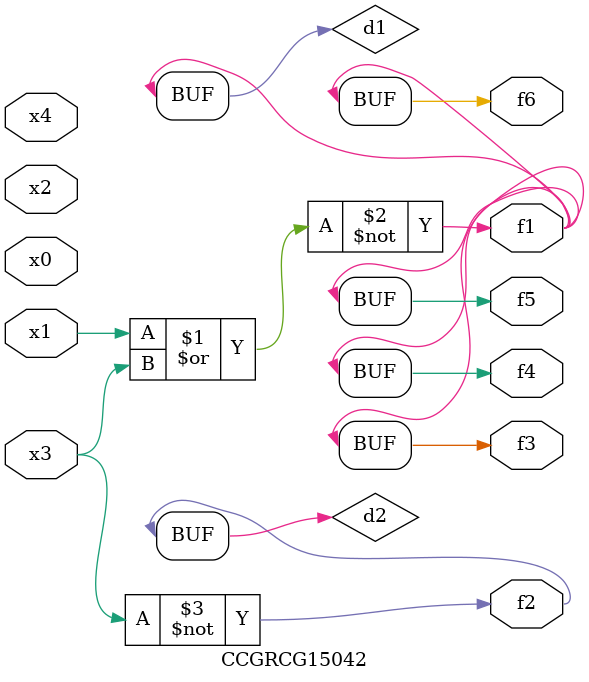
<source format=v>
module CCGRCG15042(
	input x0, x1, x2, x3, x4,
	output f1, f2, f3, f4, f5, f6
);

	wire d1, d2;

	nor (d1, x1, x3);
	not (d2, x3);
	assign f1 = d1;
	assign f2 = d2;
	assign f3 = d1;
	assign f4 = d1;
	assign f5 = d1;
	assign f6 = d1;
endmodule

</source>
